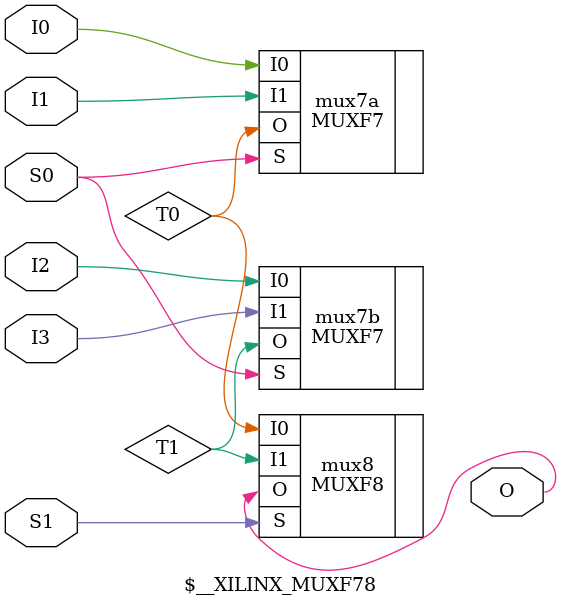
<source format=v>
/*
 *  yosys -- Yosys Open SYnthesis Suite
 *
 *  Copyright (C) 2012  Clifford Wolf <clifford@clifford.at>
 *                2019  Eddie Hung    <eddie@fpgeh.com>
 *
 *  Permission to use, copy, modify, and/or distribute this software for any
 *  purpose with or without fee is hereby granted, provided that the above
 *  copyright notice and this permission notice appear in all copies.
 *
 *  THE SOFTWARE IS PROVIDED "AS IS" AND THE AUTHOR DISCLAIMS ALL WARRANTIES
 *  WITH REGARD TO THIS SOFTWARE INCLUDING ALL IMPLIED WARRANTIES OF
 *  MERCHANTABILITY AND FITNESS. IN NO EVENT SHALL THE AUTHOR BE LIABLE FOR
 *  ANY SPECIAL, DIRECT, INDIRECT, OR CONSEQUENTIAL DAMAGES OR ANY DAMAGES
 *  WHATSOEVER RESULTING FROM LOSS OF USE, DATA OR PROFITS, WHETHER IN AN
 *  ACTION OF CONTRACT, NEGLIGENCE OR OTHER TORTIOUS ACTION, ARISING OUT OF
 *  OR IN CONNECTION WITH THE USE OR PERFORMANCE OF THIS SOFTWARE.
 *
 */

// Convert negative-polarity reset to positive-polarity
(* techmap_celltype = "$_DFF_NN0_" *)
module _90_dff_nn0_to_np0 (input D, C, R, output Q); \$_DFF_NP0_  _TECHMAP_REPLACE_ (.D(D), .Q(Q), .C(C), .R(~R)); endmodule
(* techmap_celltype = "$_DFF_PN0_" *)
module _90_dff_pn0_to_pp0 (input D, C, R, output Q); \$_DFF_PP0_  _TECHMAP_REPLACE_ (.D(D), .Q(Q), .C(C), .R(~R)); endmodule
(* techmap_celltype = "$_DFF_NN1_" *)
module _90_dff_nn1_to_np1 (input D, C, R, output Q); \$_DFF_NP1   _TECHMAP_REPLACE_ (.D(D), .Q(Q), .C(C), .R(~R)); endmodule
(* techmap_celltype = "$_DFF_PN1_" *)
module _90_dff_pn1_to_pp1 (input D, C, R, output Q); \$_DFF_PP1   _TECHMAP_REPLACE_ (.D(D), .Q(Q), .C(C), .R(~R)); endmodule

module \$__SHREG_ (input C, input D, input E, output Q);
  parameter DEPTH = 0;
  parameter [DEPTH-1:0] INIT = 0;
  parameter CLKPOL = 1;
  parameter ENPOL = 2;

  \$__XILINX_SHREG_ #(.DEPTH(DEPTH), .INIT(INIT), .CLKPOL(CLKPOL), .ENPOL(ENPOL)) _TECHMAP_REPLACE_ (.C(C), .D(D), .L(DEPTH-1), .E(E), .Q(Q));
endmodule

module \$__XILINX_SHREG_ (input C, input D, input [31:0] L, input E, output Q, output SO);
  parameter DEPTH = 0;
  parameter [DEPTH-1:0] INIT = 0;
  parameter CLKPOL = 1;
  parameter ENPOL = 2;

  // shregmap's INIT parameter shifts out LSB first;
  // however Xilinx expects MSB first
  function [DEPTH-1:0] brev;
    input [DEPTH-1:0] din;
    integer i;
    begin
      for (i = 0; i < DEPTH; i=i+1)
        brev[i] = din[DEPTH-1-i];
    end
  endfunction
  localparam [DEPTH-1:0] INIT_R = brev(INIT);

  parameter _TECHMAP_CONSTMSK_L_ = 0;
  parameter _TECHMAP_CONSTVAL_L_ = 0;

  wire CE;
  generate
    if (ENPOL == 0)
      assign CE = ~E;
    else if (ENPOL == 1)
      assign CE = E;
    else
      assign CE = 1'b1;
    if (DEPTH == 1) begin
      if (CLKPOL)
          FDRE #(.INIT(INIT_R)) _TECHMAP_REPLACE_ (.D(D), .Q(Q), .C(C), .CE(CE), .R(1'b0));
      else
          FDRE_1 #(.INIT(INIT_R)) _TECHMAP_REPLACE_ (.D(D), .Q(Q), .C(C), .CE(CE), .R(1'b0));
    end else
    if (DEPTH <= 16) begin
      SRL16E #(.INIT(INIT_R), .IS_CLK_INVERTED(~CLKPOL[0])) _TECHMAP_REPLACE_ (.A0(L[0]), .A1(L[1]), .A2(L[2]), .A3(L[3]), .CE(CE), .CLK(C), .D(D), .Q(Q));
    end else
    if (DEPTH > 17 && DEPTH <= 32) begin
      SRLC32E #(.INIT(INIT_R), .IS_CLK_INVERTED(~CLKPOL[0])) _TECHMAP_REPLACE_ (.A(L[4:0]), .CE(CE), .CLK(C), .D(D), .Q(Q));
    end else
    if (DEPTH > 33 && DEPTH <= 64) begin
      wire T0, T1, T2;
      SRLC32E #(.INIT(INIT_R[32-1:0]), .IS_CLK_INVERTED(~CLKPOL[0])) fpga_srl_0 (.A(L[4:0]), .CE(CE), .CLK(C), .D(D), .Q(T0), .Q31(T1));
      \$__XILINX_SHREG_ #(.DEPTH(DEPTH-32), .INIT(INIT[DEPTH-32-1:0]), .CLKPOL(CLKPOL), .ENPOL(ENPOL)) fpga_srl_1 (.C(C), .D(T1), .L(L), .E(E), .Q(T2));
      if (&_TECHMAP_CONSTMSK_L_)
        assign Q = T2;
      else
        MUXF7 fpga_mux_0 (.O(Q), .I0(T0), .I1(T2), .S(L[5]));
    end else
    if (DEPTH > 65 && DEPTH <= 96) begin
      wire T0, T1, T2, T3, T4, T5, T6;
      SRLC32E #(.INIT(INIT_R[32-1: 0]), .IS_CLK_INVERTED(~CLKPOL[0])) fpga_srl_0 (.A(L[4:0]), .CE(CE), .CLK(C), .D( D), .Q(T0), .Q31(T1));
      SRLC32E #(.INIT(INIT_R[64-1:32]), .IS_CLK_INVERTED(~CLKPOL[0])) fpga_srl_1 (.A(L[4:0]), .CE(CE), .CLK(C), .D(T1), .Q(T2), .Q31(T3));
      \$__XILINX_SHREG_ #(.DEPTH(DEPTH-64), .INIT(INIT[DEPTH-64-1:0]), .CLKPOL(CLKPOL), .ENPOL(ENPOL)) fpga_srl_2 (.C(C), .D(T3), .L(L[4:0]), .E(E), .Q(T4));
      if (&_TECHMAP_CONSTMSK_L_)
        assign Q = T4;
      else begin
        MUXF7 fpga_mux_0 (.O(T5), .I0(T0), .I1(T2), .S(L[5]));
        MUXF7 fpga_mux_1 (.O(T6), .I0(T4), .I1(1'b0 /* unused */), .S(L[5]));
        MUXF8 fpga_mux_2 (.O(Q), .I0(T5), .I1(T6), .S(L[6]));
      end
    end else
    if (DEPTH > 97 && DEPTH < 128) begin
      wire T0, T1, T2, T3, T4, T5, T6, T7, T8;
      SRLC32E #(.INIT(INIT_R[32-1: 0]), .IS_CLK_INVERTED(~CLKPOL[0])) fpga_srl_0 (.A(L[4:0]), .CE(CE), .CLK(C), .D( D), .Q(T0), .Q31(T1));
      SRLC32E #(.INIT(INIT_R[64-1:32]), .IS_CLK_INVERTED(~CLKPOL[0])) fpga_srl_1 (.A(L[4:0]), .CE(CE), .CLK(C), .D(T1), .Q(T2), .Q31(T3));
      SRLC32E #(.INIT(INIT_R[96-1:64]), .IS_CLK_INVERTED(~CLKPOL[0])) fpga_srl_2 (.A(L[4:0]), .CE(CE), .CLK(C), .D(T3), .Q(T4), .Q31(T5));
      \$__XILINX_SHREG_ #(.DEPTH(DEPTH-96), .INIT(INIT[DEPTH-96-1:0]), .CLKPOL(CLKPOL), .ENPOL(ENPOL)) fpga_srl_3 (.C(C), .D(T5), .L(L[4:0]), .E(E), .Q(T6));
      if (&_TECHMAP_CONSTMSK_L_)
        assign Q = T6;
      else begin
        MUXF7 fpga_mux_0 (.O(T7), .I0(T0), .I1(T2), .S(L[5]));
        MUXF7 fpga_mux_1 (.O(T8), .I0(T4), .I1(T6), .S(L[5]));
        MUXF8 fpga_mux_2 (.O(Q), .I0(T7), .I1(T8), .S(L[6]));
      end
    end
    else if (DEPTH == 128) begin
      wire T0, T1, T2, T3, T4, T5, T6;
      SRLC32E #(.INIT(INIT_R[ 32-1: 0]), .IS_CLK_INVERTED(~CLKPOL[0])) fpga_srl_0 (.A(L[4:0]), .CE(CE), .CLK(C), .D( D), .Q(T0), .Q31(T1));
      SRLC32E #(.INIT(INIT_R[ 64-1:32]), .IS_CLK_INVERTED(~CLKPOL[0])) fpga_srl_1 (.A(L[4:0]), .CE(CE), .CLK(C), .D(T1), .Q(T2), .Q31(T3));
      SRLC32E #(.INIT(INIT_R[ 96-1:64]), .IS_CLK_INVERTED(~CLKPOL[0])) fpga_srl_2 (.A(L[4:0]), .CE(CE), .CLK(C), .D(T3), .Q(T4), .Q31(T5));
      SRLC32E #(.INIT(INIT_R[128-1:96]), .IS_CLK_INVERTED(~CLKPOL[0])) fpga_srl_3 (.A(L[4:0]), .CE(CE), .CLK(C), .D(T5), .Q(T6), .Q31(SO));
      if (&_TECHMAP_CONSTMSK_L_)
        assign Q = T6;
      else begin
        wire T7, T8;
        MUXF7 fpga_mux_0 (.O(T7), .I0(T0), .I1(T2), .S(L[5]));
        MUXF7 fpga_mux_1 (.O(T8), .I0(T4), .I1(T6), .S(L[5]));
        MUXF8 fpga_mux_2 (.O(Q), .I0(T7), .I1(T8), .S(L[6]));
      end
    end
    else if (DEPTH <= 129 && ~&_TECHMAP_CONSTMSK_L_) begin
      // Handle cases where fixed-length depth is
      // just 1 over a convenient value
      \$__XILINX_SHREG_ #(.DEPTH(DEPTH+1), .INIT({INIT,1'b0}), .CLKPOL(CLKPOL), .ENPOL(ENPOL)) _TECHMAP_REPLACE_ (.C(C), .D(D), .L(L), .E(E), .Q(Q));
    end
    else begin
      localparam lower_clog2 = $clog2((DEPTH+1)/2);
      localparam lower_depth = 2 ** lower_clog2;
      wire T0, T1, T2, T3;
      if (&_TECHMAP_CONSTMSK_L_) begin
        \$__XILINX_SHREG_ #(.DEPTH(lower_depth), .INIT(INIT[DEPTH-1:DEPTH-lower_depth]), .CLKPOL(CLKPOL), .ENPOL(ENPOL)) fpga_srl_0 (.C(C), .D(D), .L(lower_depth-1), .E(E), .Q(T0));
        \$__XILINX_SHREG_ #(.DEPTH(DEPTH-lower_depth), .INIT(INIT[DEPTH-lower_depth-1:0]), .CLKPOL(CLKPOL), .ENPOL(ENPOL)) fpga_srl_1 (.C(C), .D(T0), .L(DEPTH-lower_depth-1), .E(E), .Q(Q), .SO(T3));
      end
      else begin
        \$__XILINX_SHREG_ #(.DEPTH(lower_depth), .INIT(INIT[DEPTH-1:DEPTH-lower_depth]), .CLKPOL(CLKPOL), .ENPOL(ENPOL)) fpga_srl_0 (.C(C), .D(D), .L(L[lower_clog2-1:0]), .E(E), .Q(T0), .SO(T1));
        \$__XILINX_SHREG_ #(.DEPTH(DEPTH-lower_depth), .INIT(INIT[DEPTH-lower_depth-1:0]), .CLKPOL(CLKPOL), .ENPOL(ENPOL)) fpga_srl_1 (.C(C), .D(T1), .L(L[lower_clog2-1:0]), .E(E), .Q(T2), .SO(T3));
        assign Q = L[lower_clog2] ? T2 : T0;
      end
      if (DEPTH == 2 * lower_depth)
          assign SO = T3;
    end
  endgenerate
endmodule

`ifdef MIN_MUX_INPUTS
module \$__XILINX_SHIFTX (A, B, Y);
  parameter A_SIGNED = 0;
  parameter B_SIGNED = 0;
  parameter A_WIDTH = 1;
  parameter B_WIDTH = 1;
  parameter Y_WIDTH = 1;

  input [A_WIDTH-1:0] A;
  input [B_WIDTH-1:0] B;
  output [Y_WIDTH-1:0] Y;

  parameter [A_WIDTH-1:0] _TECHMAP_CONSTMSK_A_ = 0;
  parameter [A_WIDTH-1:0] _TECHMAP_CONSTVAL_A_ = 0;
  parameter [B_WIDTH-1:0] _TECHMAP_CONSTMSK_B_ = 0;
  parameter [B_WIDTH-1:0] _TECHMAP_CONSTVAL_B_ = 0;

  function integer compute_num_leading_X_in_A;
    integer i, c;
  begin
    compute_num_leading_X_in_A = 0;
    c = 1;
    for (i = A_WIDTH-1; i >= 0; i=i-1) begin
      if (!_TECHMAP_CONSTMSK_A_[i] || _TECHMAP_CONSTVAL_A_[i] !== 1'bx)
        c = 0;
      compute_num_leading_X_in_A = compute_num_leading_X_in_A + c;
    end
  end
  endfunction
  localparam num_leading_X_in_A = compute_num_leading_X_in_A();

  generate
    genvar i, j;
    // Bit-blast
    if (Y_WIDTH > 1) begin
      for (i = 0; i < Y_WIDTH; i++)
        \$__XILINX_SHIFTX  #(.A_SIGNED(A_SIGNED), .B_SIGNED(B_SIGNED), .A_WIDTH(A_WIDTH-Y_WIDTH+1), .B_WIDTH(B_WIDTH), .Y_WIDTH(1'd1)) bitblast (.A(A[A_WIDTH-Y_WIDTH+i:i]), .B(B), .Y(Y[i]));
    end
    // If the LSB of B is constant zero (and Y_WIDTH is 1) then
    //   we can optimise by removing every other entry from A
    //   and popping the constant zero from B
    else if (_TECHMAP_CONSTMSK_B_[0] && !_TECHMAP_CONSTVAL_B_[0]) begin
      wire [(A_WIDTH+1)/2-1:0] A_i;
      for (i = 0; i < (A_WIDTH+1)/2; i++)
        assign A_i[i] = A[i*2];
      \$__XILINX_SHIFTX  #(.A_SIGNED(A_SIGNED), .B_SIGNED(B_SIGNED), .A_WIDTH((A_WIDTH+1'd1)/2'd2), .B_WIDTH(B_WIDTH-1'd1), .Y_WIDTH(Y_WIDTH)) _TECHMAP_REPLACE_ (.A(A_i), .B(B[B_WIDTH-1:1]), .Y(Y));
    end
    // Trim off any leading 1'bx -es in A, and resize B accordingly
    else if (num_leading_X_in_A > 0) begin
      localparam A_WIDTH_new = A_WIDTH - num_leading_X_in_A;
      localparam B_WIDTH_new = $clog2(A_WIDTH_new);
      \$__XILINX_SHIFTX  #(.A_SIGNED(A_SIGNED), .B_SIGNED(B_SIGNED), .A_WIDTH(A_WIDTH_new), .B_WIDTH(B_WIDTH_new), .Y_WIDTH(Y_WIDTH)) _TECHMAP_REPLACE_ (.A(A[A_WIDTH_new-1:0]), .B(B[B_WIDTH_new-1:0]), .Y(Y));
    end
    else if (A_WIDTH < `MIN_MUX_INPUTS) begin
      wire _TECHMAP_FAIL_ = 1;
    end
    else if (A_WIDTH <= 2 ** 3) begin
      localparam a_width0 = 2 ** 2;
      localparam a_widthN = A_WIDTH - a_width0;
      wire T0, T1;
      \$shiftx  #(.A_SIGNED(A_SIGNED), .B_SIGNED(B_SIGNED), .A_WIDTH(a_width0), .B_WIDTH(2), .Y_WIDTH(Y_WIDTH)) fpga_soft_mux (.A(A[a_width0-1:0]), .B(B[2-1:0]), .Y(T0));
      if (a_widthN > 1)
        \$shiftx  #(.A_SIGNED(A_SIGNED), .B_SIGNED(B_SIGNED), .A_WIDTH(a_widthN), .B_WIDTH($clog2(a_widthN)), .Y_WIDTH(Y_WIDTH)) fpga_soft_mux_last (.A(A[A_WIDTH-1:a_width0]), .B(B[$clog2(a_widthN)-1:0]), .Y(T1));
      else
        assign T1 = A[A_WIDTH-1];
      MUXF7 fpga_hard_mux (.I0(T0), .I1(T1), .S(B[2]), .O(Y));
    end
    else if (A_WIDTH <= 2 ** 4) begin
      localparam a_width0 = 2 ** 2;
      localparam num_mux8 = A_WIDTH / a_width0;
      localparam a_widthN = A_WIDTH % a_width0;
      wire [a_width0-1:0] T;
      for (i = 0; i < a_width0; i++)
        if (i < num_mux8)
          \$shiftx  #(.A_SIGNED(A_SIGNED), .B_SIGNED(B_SIGNED), .A_WIDTH(a_width0), .B_WIDTH(2), .Y_WIDTH(Y_WIDTH)) fpga_mux (.A(A[i*a_width0+:a_width0]), .B(B[2-1:0]), .Y(T[i]));
        else if (i == num_mux8 && a_widthN > 1)
          \$shiftx  #(.A_SIGNED(A_SIGNED), .B_SIGNED(B_SIGNED), .A_WIDTH(a_widthN), .B_WIDTH($clog2(a_widthN)), .Y_WIDTH(Y_WIDTH)) fpga_mux_last (.A(A[A_WIDTH-1-:a_widthN]), .B(B[$clog2(a_widthN)-1:0]), .Y(T[i]));
        else
          assign T[i] = A[A_WIDTH-1];
      \$__XILINX_MUXF78 fpga_hard_mux (.I0(T[0]), .I1(T[1]), .I2(T[2]), .I3(T[3]), .S0(B[2]), .S1(B[3]), .O(Y));
    end
    else begin
      localparam a_width0 = 2 ** 4;
      localparam num_mux16 = A_WIDTH / a_width0;
      localparam a_widthN = A_WIDTH % a_width0;
      wire [num_mux16 + (a_widthN > 0 ? 1 : 0) - 1:0] T;
      for (i = 0; i < num_mux16; i++)
        \$__XILINX_SHIFTX  #(.A_SIGNED(A_SIGNED), .B_SIGNED(B_SIGNED), .A_WIDTH(a_width0), .B_WIDTH(4), .Y_WIDTH(Y_WIDTH)) fpga_soft_mux (.A(A[i*a_width0+:a_width0]), .B(B[4-1:0]), .Y(T[i]));
      if (a_widthN > 0) begin
        if (a_widthN > 1)
          \$__XILINX_SHIFTX  #(.A_SIGNED(A_SIGNED), .B_SIGNED(B_SIGNED), .A_WIDTH(a_widthN), .B_WIDTH($clog2(a_widthN)), .Y_WIDTH(Y_WIDTH)) fpga_soft_mux_last (.A(A[A_WIDTH-1-:a_widthN]), .B(B[$clog2(a_widthN)-1:0]), .Y(T[num_mux16]));
        else
          assign T[num_mux16] = A[A_WIDTH-1];
      end
      \$__XILINX_SHIFTX  #(.A_SIGNED(A_SIGNED), .B_SIGNED(B_SIGNED), .A_WIDTH(num_mux16 + (a_widthN > 0 ? 1 : 0)), .B_WIDTH(B_WIDTH-4), .Y_WIDTH(Y_WIDTH)) _TECHMAP_REPLACE_ (.A(T), .B(B[B_WIDTH-1:4]), .Y(Y));
    end
  endgenerate
endmodule

(* techmap_celltype = "$__XILINX_SHIFTX" *)
module _90__XILINX_SHIFTX (A, B, Y);
  parameter A_SIGNED = 0;
  parameter B_SIGNED = 0;
  parameter A_WIDTH = 1;
  parameter B_WIDTH = 1;
  parameter Y_WIDTH = 1;

  input [A_WIDTH-1:0] A;
  input [B_WIDTH-1:0] B;
  output [Y_WIDTH-1:0] Y;

  \$shiftx  #(.A_SIGNED(A_SIGNED), .B_SIGNED(B_SIGNED), .A_WIDTH(A_WIDTH), .B_WIDTH(B_WIDTH), .Y_WIDTH(Y_WIDTH)) _TECHMAP_REPLACE_ (.A(A), .B(B), .Y(Y));
endmodule

module \$_MUX8_ (A, B, C, D, E, F, G, H, S, T, U, Y);
input A, B, C, D, E, F, G, H, S, T, U;
output Y;
  \$__XILINX_SHIFTX  #(.A_SIGNED(0), .B_SIGNED(0), .A_WIDTH(8), .B_WIDTH(3), .Y_WIDTH(1)) _TECHMAP_REPLACE_ (.A({H,G,F,E,D,C,B,A}), .B({U,T,S}), .Y(Y));
endmodule

module \$_MUX16_ (A, B, C, D, E, F, G, H, I, J, K, L, M, N, O, P, S, T, U, V, Y);
input A, B, C, D, E, F, G, H, I, J, K, L, M, N, O, P, S, T, U, V;
output Y;
  \$__XILINX_SHIFTX  #(.A_SIGNED(0), .B_SIGNED(0), .A_WIDTH(16), .B_WIDTH(4), .Y_WIDTH(1)) _TECHMAP_REPLACE_ (.A({P,O,N,M,L,K,J,I,H,G,F,E,D,C,B,A}), .B({V,U,T,S}), .Y(Y));
endmodule
`endif

`ifndef _ABC
module \$__XILINX_MUXF78 (O, I0, I1, I2, I3, S0, S1);
  output O;
  input I0, I1, I2, I3, S0, S1;
  wire T0, T1;
//  parameter _TECHMAP_BITS_CONNMAP_ = 0;
//  parameter [_TECHMAP_BITS_CONNMAP_-1:0] _TECHMAP_CONNMAP_I0_ = 0;
//  parameter [_TECHMAP_BITS_CONNMAP_-1:0] _TECHMAP_CONNMAP_I1_ = 0;
//  parameter [_TECHMAP_BITS_CONNMAP_-1:0] _TECHMAP_CONNMAP_I2_ = 0;
//  parameter [_TECHMAP_BITS_CONNMAP_-1:0] _TECHMAP_CONNMAP_I3_ = 0;
//  parameter _TECHMAP_CONSTMSK_S0_ = 0;
//  parameter _TECHMAP_CONSTVAL_S0_ = 0;
//  parameter _TECHMAP_CONSTMSK_S1_ = 0;
//  parameter _TECHMAP_CONSTVAL_S1_ = 0;
//  if (_TECHMAP_CONSTMSK_S0_ && _TECHMAP_CONSTVAL_S0_ === 1'b1)
//    assign T0 = I1;
//  else if (_TECHMAP_CONSTMSK_S0_ || _TECHMAP_CONNMAP_I0_ === _TECHMAP_CONNMAP_I1_)
//    assign T0 = I0;
//  else
    MUXF7 mux7a (.I0(I0), .I1(I1), .S(S0), .O(T0));
//  if (_TECHMAP_CONSTMSK_S0_ && _TECHMAP_CONSTVAL_S0_ === 1'b1)
//    assign T1 = I3;
//  else if (_TECHMAP_CONSTMSK_S0_ || _TECHMAP_CONNMAP_I2_ === _TECHMAP_CONNMAP_I3_)
//    assign T1 = I2;
//  else
    MUXF7 mux7b (.I0(I2), .I1(I3), .S(S0), .O(T1));
//  if (_TECHMAP_CONSTMSK_S1_ && _TECHMAP_CONSTVAL_S1_ === 1'b1)
//    assign O = T1;
//  else if (_TECHMAP_CONSTMSK_S1_ || (_TECHMAP_CONNMAP_I0_ === _TECHMAP_CONNMAP_I1_ && _TECHMAP_CONNMAP_I1_ === _TECHMAP_CONNMAP_I2_ && _TECHMAP_CONNMAP_I2_ === _TECHMAP_CONNMAP_I3_))
//    assign O = T0;
//  else
    MUXF8 mux8 (.I0(T0), .I1(T1), .S(S1), .O(O));
endmodule
`endif

</source>
